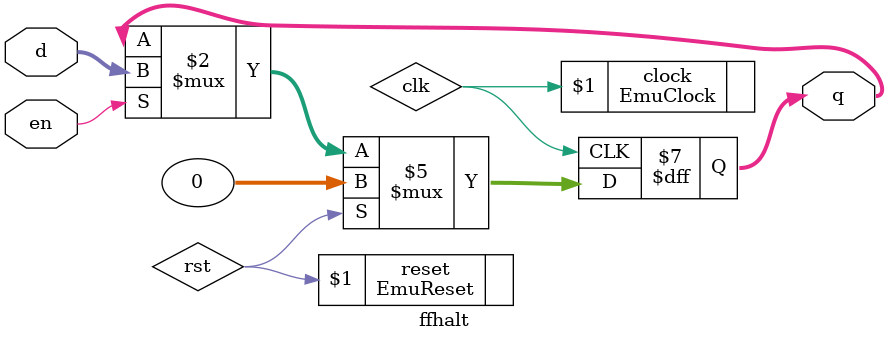
<source format=v>
`timescale 1 ns / 1 ps

module ffhalt(
    input en,
    input [31:0] d,
    output reg [31:0] q
);

    wire clk, rst;
    EmuClock clock(clk);
    EmuReset reset(rst);

    always @(posedge clk) begin
        if (rst) q <= 32'd0;
        else if (en) q <= d;
    end

endmodule

</source>
